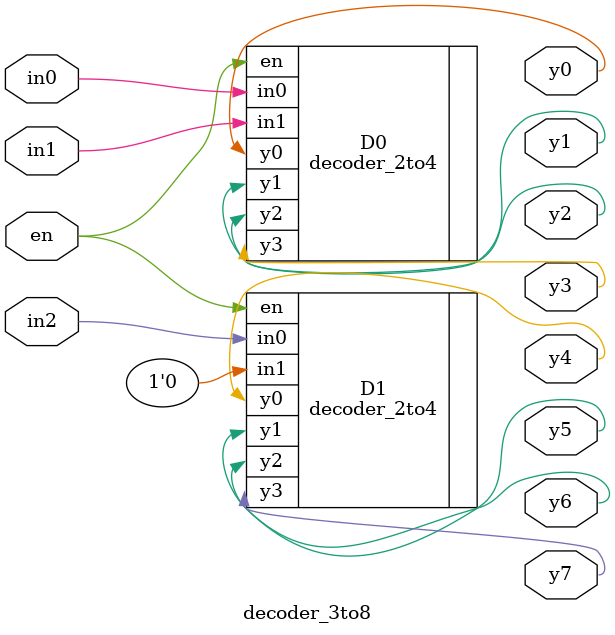
<source format=v>
/******************************************************************************************************************

This source code is a work of its author. No part of it should be copied and pasted for any commercial purpose. 
This code is purely for educational purposes. If required, this code can be cloned from GitHub repository.

Filename	: decoder_3to8.v

Description	: 3 to 8 Decoder Design

Author Name	: Deep Kar Sarkar

Version		: 1.0

*******************************************************************************************************************/

module decoder_3to8(en, in2, in1, in0, y7, y6, y5, y4, y3, y2, y1, y0);

	//Defining the input and output ports
	input en, in2, in1, in0;
	output y7, y6, y5, y4, y3, y2, y1, y0;
	
	//Instantiating the 2:4 decoders using named-based port mapping
	decoder_2to4 D0(.en(en), .in1(in1), .in0(in0), .y3(y3), .y2(y2), .y1(y1), .y0(y0));
	decoder_2to4 D1(.en(en), .in1(1'b0), .in0(in2), .y3(y7), .y2(y6), .y1(y5), .y0(y4));

endmodule


</source>
